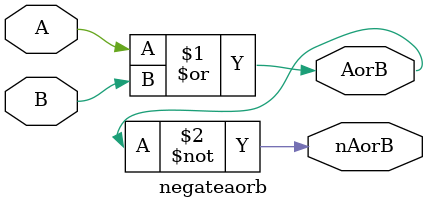
<source format=v>
module demorgan
(
	input A, 	// Single bit inputs
	input B,
	output nA,	// output intermediate complemented inputs
	output nB,
	output nAandnB	// Single bit output, (-A)*(~B)
);

wire nA;
wire nB;
not Ainv(nA, A);	// Top inverter is named Ainv, takes signal A as input and produces signal nA
not Binv(nB, B);	// Top inverter is named Binv, takes signal B as input and produces signal nB
and andgate(nAandnB, nA, nB);	// AND gate produces nAandnB from nA and nB

endmodule

module negateaandb 
(
	input A,
	input B,
	output AandB,
	output nAandB
);

wire AandB;
and andgate(AandB, A, B);	// AND gate produces AandBfrom A and B
not AandBinv(nAandB, AandB);	//inverter is named AandBinv, takes signal AandB as input and produces signal
endmodule


module notaornotb
(
	input A,
	input B,
	output nA,
	output nB,
	output nAornB
);
or orgate(nAornB, nA, nB);
endmodule

module negateaorb
(
        input A,
        input B,
        output AorB,
        output nAorB
);

wire AorB;
or orgate(AorB, A, B);       // OR gate produces AorB from A or B
not AorBinv(nAorB, AorB);    //inverter is named AorBinv, takes signal AorB as input and produces signal
endmodule


</source>
